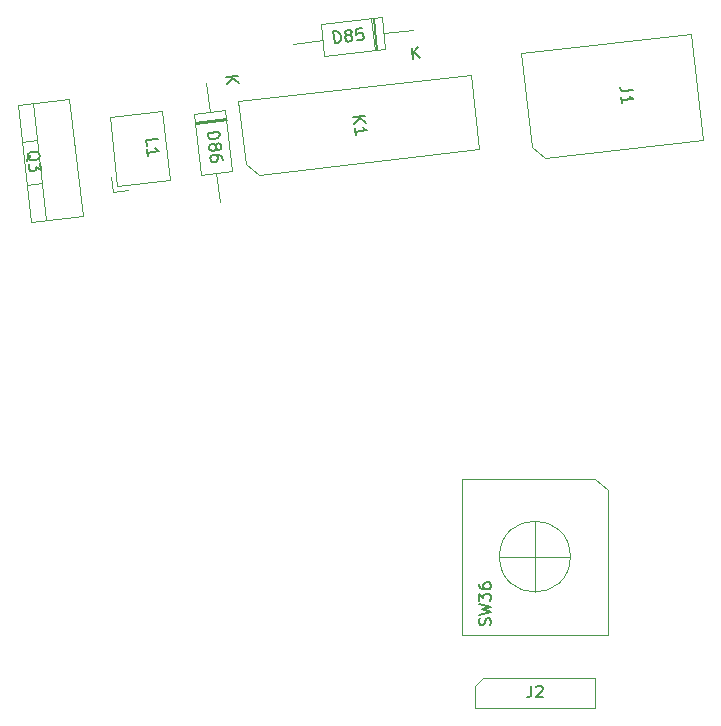
<source format=gbr>
G04 #@! TF.GenerationSoftware,KiCad,Pcbnew,(7.0.0-0)*
G04 #@! TF.CreationDate,2023-03-04T10:35:24+00:00*
G04 #@! TF.ProjectId,LeChiffre,4c654368-6966-4667-9265-2e6b69636164,rev?*
G04 #@! TF.SameCoordinates,Original*
G04 #@! TF.FileFunction,AssemblyDrawing,Top*
%FSLAX46Y46*%
G04 Gerber Fmt 4.6, Leading zero omitted, Abs format (unit mm)*
G04 Created by KiCad (PCBNEW (7.0.0-0)) date 2023-03-04 10:35:24*
%MOMM*%
%LPD*%
G01*
G04 APERTURE LIST*
%ADD10C,0.150000*%
%ADD11C,0.100000*%
%ADD12C,0.120000*%
G04 APERTURE END LIST*
D10*
X144403937Y-90964603D02*
X144403937Y-91678889D01*
X144403937Y-91678889D02*
X144356318Y-91821746D01*
X144356318Y-91821746D02*
X144261080Y-91916984D01*
X144261080Y-91916984D02*
X144118223Y-91964603D01*
X144118223Y-91964603D02*
X144022985Y-91964603D01*
X144832509Y-91059842D02*
X144880128Y-91012223D01*
X144880128Y-91012223D02*
X144975366Y-90964603D01*
X144975366Y-90964603D02*
X145213461Y-90964603D01*
X145213461Y-90964603D02*
X145308699Y-91012223D01*
X145308699Y-91012223D02*
X145356318Y-91059842D01*
X145356318Y-91059842D02*
X145403937Y-91155080D01*
X145403937Y-91155080D02*
X145403937Y-91250318D01*
X145403937Y-91250318D02*
X145356318Y-91393175D01*
X145356318Y-91393175D02*
X144784890Y-91964603D01*
X144784890Y-91964603D02*
X145403937Y-91964603D01*
X140947034Y-85846747D02*
X140994653Y-85703890D01*
X140994653Y-85703890D02*
X140994653Y-85465795D01*
X140994653Y-85465795D02*
X140947034Y-85370557D01*
X140947034Y-85370557D02*
X140899415Y-85322938D01*
X140899415Y-85322938D02*
X140804177Y-85275319D01*
X140804177Y-85275319D02*
X140708939Y-85275319D01*
X140708939Y-85275319D02*
X140613701Y-85322938D01*
X140613701Y-85322938D02*
X140566082Y-85370557D01*
X140566082Y-85370557D02*
X140518463Y-85465795D01*
X140518463Y-85465795D02*
X140470844Y-85656271D01*
X140470844Y-85656271D02*
X140423225Y-85751509D01*
X140423225Y-85751509D02*
X140375606Y-85799128D01*
X140375606Y-85799128D02*
X140280368Y-85846747D01*
X140280368Y-85846747D02*
X140185130Y-85846747D01*
X140185130Y-85846747D02*
X140089892Y-85799128D01*
X140089892Y-85799128D02*
X140042273Y-85751509D01*
X140042273Y-85751509D02*
X139994653Y-85656271D01*
X139994653Y-85656271D02*
X139994653Y-85418176D01*
X139994653Y-85418176D02*
X140042273Y-85275319D01*
X139994653Y-84941985D02*
X140994653Y-84703890D01*
X140994653Y-84703890D02*
X140280368Y-84513414D01*
X140280368Y-84513414D02*
X140994653Y-84322938D01*
X140994653Y-84322938D02*
X139994653Y-84084843D01*
X139994653Y-83799128D02*
X139994653Y-83180081D01*
X139994653Y-83180081D02*
X140375606Y-83513414D01*
X140375606Y-83513414D02*
X140375606Y-83370557D01*
X140375606Y-83370557D02*
X140423225Y-83275319D01*
X140423225Y-83275319D02*
X140470844Y-83227700D01*
X140470844Y-83227700D02*
X140566082Y-83180081D01*
X140566082Y-83180081D02*
X140804177Y-83180081D01*
X140804177Y-83180081D02*
X140899415Y-83227700D01*
X140899415Y-83227700D02*
X140947034Y-83275319D01*
X140947034Y-83275319D02*
X140994653Y-83370557D01*
X140994653Y-83370557D02*
X140994653Y-83656271D01*
X140994653Y-83656271D02*
X140947034Y-83751509D01*
X140947034Y-83751509D02*
X140899415Y-83799128D01*
X139994653Y-82322938D02*
X139994653Y-82513414D01*
X139994653Y-82513414D02*
X140042273Y-82608652D01*
X140042273Y-82608652D02*
X140089892Y-82656271D01*
X140089892Y-82656271D02*
X140232749Y-82751509D01*
X140232749Y-82751509D02*
X140423225Y-82799128D01*
X140423225Y-82799128D02*
X140804177Y-82799128D01*
X140804177Y-82799128D02*
X140899415Y-82751509D01*
X140899415Y-82751509D02*
X140947034Y-82703890D01*
X140947034Y-82703890D02*
X140994653Y-82608652D01*
X140994653Y-82608652D02*
X140994653Y-82418176D01*
X140994653Y-82418176D02*
X140947034Y-82322938D01*
X140947034Y-82322938D02*
X140899415Y-82275319D01*
X140899415Y-82275319D02*
X140804177Y-82227700D01*
X140804177Y-82227700D02*
X140566082Y-82227700D01*
X140566082Y-82227700D02*
X140470844Y-82275319D01*
X140470844Y-82275319D02*
X140423225Y-82322938D01*
X140423225Y-82322938D02*
X140375606Y-82418176D01*
X140375606Y-82418176D02*
X140375606Y-82608652D01*
X140375606Y-82608652D02*
X140423225Y-82703890D01*
X140423225Y-82703890D02*
X140470844Y-82751509D01*
X140470844Y-82751509D02*
X140566082Y-82799128D01*
X118591833Y-39463640D02*
X119585405Y-39350437D01*
X118656520Y-40031395D02*
X119175760Y-39540891D01*
X119650092Y-39918192D02*
X119017649Y-39415124D01*
X117016741Y-44189946D02*
X118010313Y-44076743D01*
X118010313Y-44076743D02*
X118037266Y-44313308D01*
X118037266Y-44313308D02*
X118006125Y-44460637D01*
X118006125Y-44460637D02*
X117922280Y-44566044D01*
X117922280Y-44566044D02*
X117833045Y-44624138D01*
X117833045Y-44624138D02*
X117649184Y-44693014D01*
X117649184Y-44693014D02*
X117507245Y-44709186D01*
X117507245Y-44709186D02*
X117312603Y-44683435D01*
X117312603Y-44683435D02*
X117212586Y-44646904D01*
X117212586Y-44646904D02*
X117107179Y-44563059D01*
X117107179Y-44563059D02*
X117043694Y-44426511D01*
X117043694Y-44426511D02*
X117016741Y-44189946D01*
X117713872Y-45260769D02*
X117750403Y-45160753D01*
X117750403Y-45160753D02*
X117792326Y-45108049D01*
X117792326Y-45108049D02*
X117881561Y-45049955D01*
X117881561Y-45049955D02*
X117928874Y-45044564D01*
X117928874Y-45044564D02*
X118028890Y-45081096D01*
X118028890Y-45081096D02*
X118081594Y-45123018D01*
X118081594Y-45123018D02*
X118139688Y-45212254D01*
X118139688Y-45212254D02*
X118161251Y-45401505D01*
X118161251Y-45401505D02*
X118124719Y-45501522D01*
X118124719Y-45501522D02*
X118082797Y-45554225D01*
X118082797Y-45554225D02*
X117993561Y-45612320D01*
X117993561Y-45612320D02*
X117946248Y-45617710D01*
X117946248Y-45617710D02*
X117846232Y-45581179D01*
X117846232Y-45581179D02*
X117793528Y-45539256D01*
X117793528Y-45539256D02*
X117735434Y-45450021D01*
X117735434Y-45450021D02*
X117713872Y-45260769D01*
X117713872Y-45260769D02*
X117655777Y-45171534D01*
X117655777Y-45171534D02*
X117603074Y-45129612D01*
X117603074Y-45129612D02*
X117503057Y-45093080D01*
X117503057Y-45093080D02*
X117313805Y-45114642D01*
X117313805Y-45114642D02*
X117224570Y-45172737D01*
X117224570Y-45172737D02*
X117182648Y-45225440D01*
X117182648Y-45225440D02*
X117146116Y-45325457D01*
X117146116Y-45325457D02*
X117167679Y-45514709D01*
X117167679Y-45514709D02*
X117225773Y-45603944D01*
X117225773Y-45603944D02*
X117278476Y-45645866D01*
X117278476Y-45645866D02*
X117378493Y-45682398D01*
X117378493Y-45682398D02*
X117567745Y-45660835D01*
X117567745Y-45660835D02*
X117656980Y-45602741D01*
X117656980Y-45602741D02*
X117698902Y-45550037D01*
X117698902Y-45550037D02*
X117735434Y-45450021D01*
X118279844Y-46442390D02*
X118258282Y-46253138D01*
X118258282Y-46253138D02*
X118200188Y-46163903D01*
X118200188Y-46163903D02*
X118147484Y-46121981D01*
X118147484Y-46121981D02*
X117994764Y-46043527D01*
X117994764Y-46043527D02*
X117800122Y-46017776D01*
X117800122Y-46017776D02*
X117421618Y-46060901D01*
X117421618Y-46060901D02*
X117332383Y-46118996D01*
X117332383Y-46118996D02*
X117290460Y-46171699D01*
X117290460Y-46171699D02*
X117253929Y-46271716D01*
X117253929Y-46271716D02*
X117275491Y-46460967D01*
X117275491Y-46460967D02*
X117333585Y-46550203D01*
X117333585Y-46550203D02*
X117386289Y-46592125D01*
X117386289Y-46592125D02*
X117486306Y-46628657D01*
X117486306Y-46628657D02*
X117722870Y-46601704D01*
X117722870Y-46601704D02*
X117812106Y-46543609D01*
X117812106Y-46543609D02*
X117854028Y-46490906D01*
X117854028Y-46490906D02*
X117890560Y-46390889D01*
X117890560Y-46390889D02*
X117868997Y-46201638D01*
X117868997Y-46201638D02*
X117810903Y-46112402D01*
X117810903Y-46112402D02*
X117758199Y-46070480D01*
X117758199Y-46070480D02*
X117658183Y-46033948D01*
X152992607Y-40548170D02*
X152282912Y-40629030D01*
X152282912Y-40629030D02*
X152135583Y-40597889D01*
X152135583Y-40597889D02*
X152030176Y-40514044D01*
X152030176Y-40514044D02*
X151966691Y-40377496D01*
X151966691Y-40377496D02*
X151955910Y-40282870D01*
X152112238Y-41654946D02*
X152047550Y-41087190D01*
X152079894Y-41371068D02*
X153073466Y-41257865D01*
X153073466Y-41257865D02*
X152920746Y-41179411D01*
X152920746Y-41179411D02*
X152815339Y-41095566D01*
X152815339Y-41095566D02*
X152757245Y-41006331D01*
X111843268Y-45262616D02*
X111789362Y-44789487D01*
X111789362Y-44789487D02*
X112782934Y-44676284D01*
X111940299Y-46114249D02*
X111875612Y-45546494D01*
X111907956Y-45830372D02*
X112901527Y-45717169D01*
X112901527Y-45717169D02*
X112748807Y-45638715D01*
X112748807Y-45638715D02*
X112643400Y-45554870D01*
X112643400Y-45554870D02*
X112585306Y-45465635D01*
X101729573Y-46557744D02*
X101766105Y-46457727D01*
X101766105Y-46457727D02*
X101849949Y-46352320D01*
X101849949Y-46352320D02*
X101975716Y-46194209D01*
X101975716Y-46194209D02*
X102012248Y-46094193D01*
X102012248Y-46094193D02*
X102001467Y-45999567D01*
X101770293Y-46073833D02*
X101806824Y-45973816D01*
X101806824Y-45973816D02*
X101890669Y-45868409D01*
X101890669Y-45868409D02*
X102074530Y-45799534D01*
X102074530Y-45799534D02*
X102405721Y-45761799D01*
X102405721Y-45761799D02*
X102600363Y-45787550D01*
X102600363Y-45787550D02*
X102705770Y-45871394D01*
X102705770Y-45871394D02*
X102763864Y-45960630D01*
X102763864Y-45960630D02*
X102785427Y-46149881D01*
X102785427Y-46149881D02*
X102748895Y-46249898D01*
X102748895Y-46249898D02*
X102665051Y-46355305D01*
X102665051Y-46355305D02*
X102481189Y-46424181D01*
X102481189Y-46424181D02*
X102149999Y-46461915D01*
X102149999Y-46461915D02*
X101955356Y-46436165D01*
X101955356Y-46436165D02*
X101849949Y-46352320D01*
X101849949Y-46352320D02*
X101791855Y-46263085D01*
X101791855Y-46263085D02*
X101770293Y-46073833D01*
X102850114Y-46717637D02*
X102920193Y-47332705D01*
X102920193Y-47332705D02*
X102503955Y-47044639D01*
X102503955Y-47044639D02*
X102520127Y-47186578D01*
X102520127Y-47186578D02*
X102483595Y-47286595D01*
X102483595Y-47286595D02*
X102441673Y-47339298D01*
X102441673Y-47339298D02*
X102352437Y-47397393D01*
X102352437Y-47397393D02*
X102115873Y-47424346D01*
X102115873Y-47424346D02*
X102015856Y-47387814D01*
X102015856Y-47387814D02*
X101963153Y-47345892D01*
X101963153Y-47345892D02*
X101905058Y-47256656D01*
X101905058Y-47256656D02*
X101872715Y-46972779D01*
X101872715Y-46972779D02*
X101909246Y-46872762D01*
X101909246Y-46872762D02*
X101951169Y-46820059D01*
X129366899Y-42842689D02*
X130360471Y-42729486D01*
X129431587Y-43410444D02*
X129950827Y-42919940D01*
X130425159Y-43297241D02*
X129792716Y-42794173D01*
X129539400Y-44356703D02*
X129474712Y-43788948D01*
X129507056Y-44072826D02*
X130500628Y-43959622D01*
X130500628Y-43959622D02*
X130347908Y-43881168D01*
X130347908Y-43881168D02*
X130242500Y-43797324D01*
X130242500Y-43797324D02*
X130184406Y-43708088D01*
X127780270Y-36571702D02*
X127667067Y-35578130D01*
X127667067Y-35578130D02*
X127903632Y-35551177D01*
X127903632Y-35551177D02*
X128050961Y-35582318D01*
X128050961Y-35582318D02*
X128156368Y-35666163D01*
X128156368Y-35666163D02*
X128214462Y-35755398D01*
X128214462Y-35755398D02*
X128283338Y-35939259D01*
X128283338Y-35939259D02*
X128299510Y-36081198D01*
X128299510Y-36081198D02*
X128273759Y-36275840D01*
X128273759Y-36275840D02*
X128237228Y-36375857D01*
X128237228Y-36375857D02*
X128153383Y-36481264D01*
X128153383Y-36481264D02*
X128016835Y-36544749D01*
X128016835Y-36544749D02*
X127780270Y-36571702D01*
X128851093Y-35874571D02*
X128751077Y-35838040D01*
X128751077Y-35838040D02*
X128698373Y-35796117D01*
X128698373Y-35796117D02*
X128640279Y-35706882D01*
X128640279Y-35706882D02*
X128634888Y-35659569D01*
X128634888Y-35659569D02*
X128671420Y-35559553D01*
X128671420Y-35559553D02*
X128713342Y-35506849D01*
X128713342Y-35506849D02*
X128802578Y-35448755D01*
X128802578Y-35448755D02*
X128991829Y-35427192D01*
X128991829Y-35427192D02*
X129091846Y-35463724D01*
X129091846Y-35463724D02*
X129144549Y-35505646D01*
X129144549Y-35505646D02*
X129202644Y-35594882D01*
X129202644Y-35594882D02*
X129208034Y-35642195D01*
X129208034Y-35642195D02*
X129171503Y-35742211D01*
X129171503Y-35742211D02*
X129129580Y-35794915D01*
X129129580Y-35794915D02*
X129040345Y-35853009D01*
X129040345Y-35853009D02*
X128851093Y-35874571D01*
X128851093Y-35874571D02*
X128761858Y-35932666D01*
X128761858Y-35932666D02*
X128719936Y-35985369D01*
X128719936Y-35985369D02*
X128683404Y-36085386D01*
X128683404Y-36085386D02*
X128704966Y-36274638D01*
X128704966Y-36274638D02*
X128763061Y-36363873D01*
X128763061Y-36363873D02*
X128815764Y-36405795D01*
X128815764Y-36405795D02*
X128915781Y-36442327D01*
X128915781Y-36442327D02*
X129105033Y-36420764D01*
X129105033Y-36420764D02*
X129194268Y-36362670D01*
X129194268Y-36362670D02*
X129236190Y-36309967D01*
X129236190Y-36309967D02*
X129272722Y-36209950D01*
X129272722Y-36209950D02*
X129251159Y-36020698D01*
X129251159Y-36020698D02*
X129193065Y-35931463D01*
X129193065Y-35931463D02*
X129140361Y-35889541D01*
X129140361Y-35889541D02*
X129040345Y-35853009D01*
X130080027Y-35303208D02*
X129606898Y-35357114D01*
X129606898Y-35357114D02*
X129613491Y-35835634D01*
X129613491Y-35835634D02*
X129655413Y-35782931D01*
X129655413Y-35782931D02*
X129744649Y-35724837D01*
X129744649Y-35724837D02*
X129981213Y-35697883D01*
X129981213Y-35697883D02*
X130081230Y-35734415D01*
X130081230Y-35734415D02*
X130133933Y-35776337D01*
X130133933Y-35776337D02*
X130192028Y-35865573D01*
X130192028Y-35865573D02*
X130218981Y-36102137D01*
X130218981Y-36102137D02*
X130182449Y-36202154D01*
X130182449Y-36202154D02*
X130140527Y-36254858D01*
X130140527Y-36254858D02*
X130051291Y-36312952D01*
X130051291Y-36312952D02*
X129814727Y-36339905D01*
X129814727Y-36339905D02*
X129714710Y-36303373D01*
X129714710Y-36303373D02*
X129662007Y-36261451D01*
X134399094Y-37931168D02*
X134285891Y-36937596D01*
X134966849Y-37866481D02*
X134476345Y-37347241D01*
X134853646Y-36872909D02*
X134350578Y-37505352D01*
D11*
X139657271Y-92867223D02*
X139657271Y-90962223D01*
X149817271Y-92867223D02*
X139657271Y-92867223D01*
X139657271Y-90962223D02*
X140292271Y-90327223D01*
X140292271Y-90327223D02*
X149817271Y-90327223D01*
X149817271Y-90327223D02*
X149817271Y-92867223D01*
D12*
X149827273Y-73437224D02*
X150927273Y-74437224D01*
X138527273Y-73437224D02*
X149827273Y-73437224D01*
X150927273Y-74437224D02*
X150927273Y-86637224D01*
X144727273Y-77037224D02*
X144727273Y-83037224D01*
X147727273Y-80037224D02*
X141727273Y-80037224D01*
X150927273Y-86637224D02*
X138527273Y-86637224D01*
X138527273Y-86637224D02*
X138527273Y-73437224D01*
X147727273Y-80037224D02*
G75*
G03*
X147727273Y-80037224I-3000000J0D01*
G01*
D11*
X116900000Y-39920000D02*
X117180744Y-42384058D01*
X118522066Y-42231234D02*
X115839422Y-42536883D01*
X115839422Y-42536883D02*
X116428079Y-47703456D01*
X118599044Y-42906863D02*
X115916400Y-43212511D01*
X118610364Y-43006220D02*
X115927720Y-43311869D01*
X118621685Y-43105577D02*
X115939041Y-43411226D01*
X119110723Y-47397808D02*
X118522066Y-42231234D01*
X116428079Y-47703456D02*
X119110723Y-47397808D01*
X118050145Y-50014690D02*
X117769401Y-47550632D01*
X145558772Y-46259753D02*
X144451997Y-45379384D01*
X158971992Y-44731510D02*
X145558772Y-46259753D01*
X143546371Y-37430810D02*
X144451997Y-45379384D01*
X143546371Y-37430810D02*
X157953163Y-35789363D01*
X157953163Y-35789363D02*
X158971992Y-44731510D01*
X109020723Y-49133688D02*
X110262688Y-48992184D01*
X109381674Y-48679911D02*
X113852747Y-48170496D01*
X113852747Y-48170496D02*
X113184849Y-42308422D01*
X108879219Y-47891724D02*
X109020723Y-49133688D01*
X108713775Y-42817837D02*
X109381674Y-48679911D01*
X113184849Y-42308422D02*
X108713775Y-42817837D01*
X102075191Y-51717473D02*
X106446907Y-51219379D01*
X103337027Y-51573705D02*
X102204995Y-41637986D01*
X106446907Y-51219379D02*
X105314875Y-41283660D01*
X101718600Y-48587722D02*
X102980437Y-48443953D01*
X101299749Y-44911506D02*
X102561585Y-44767738D01*
X100943158Y-41781754D02*
X102075191Y-51717473D01*
X105314875Y-41283660D02*
X100943158Y-41781754D01*
X121342041Y-47695418D02*
X120235266Y-46815049D01*
X140001320Y-45569462D02*
X121342041Y-47695418D01*
X120235266Y-46815049D02*
X119629628Y-41499440D01*
X119629628Y-41499440D02*
X139282480Y-39260280D01*
X139282480Y-39260280D02*
X140001320Y-45569462D01*
X134380000Y-35450000D02*
X131915942Y-35730744D01*
X132068766Y-37072066D02*
X131763117Y-34389422D01*
X131763117Y-34389422D02*
X126596544Y-34978079D01*
X131393137Y-37149044D02*
X131087489Y-34466400D01*
X131293780Y-37160364D02*
X130988131Y-34477720D01*
X131194423Y-37171685D02*
X130888774Y-34489041D01*
X126902192Y-37660723D02*
X132068766Y-37072066D01*
X126596544Y-34978079D02*
X126902192Y-37660723D01*
X124285310Y-36600145D02*
X126749368Y-36319401D01*
M02*

</source>
